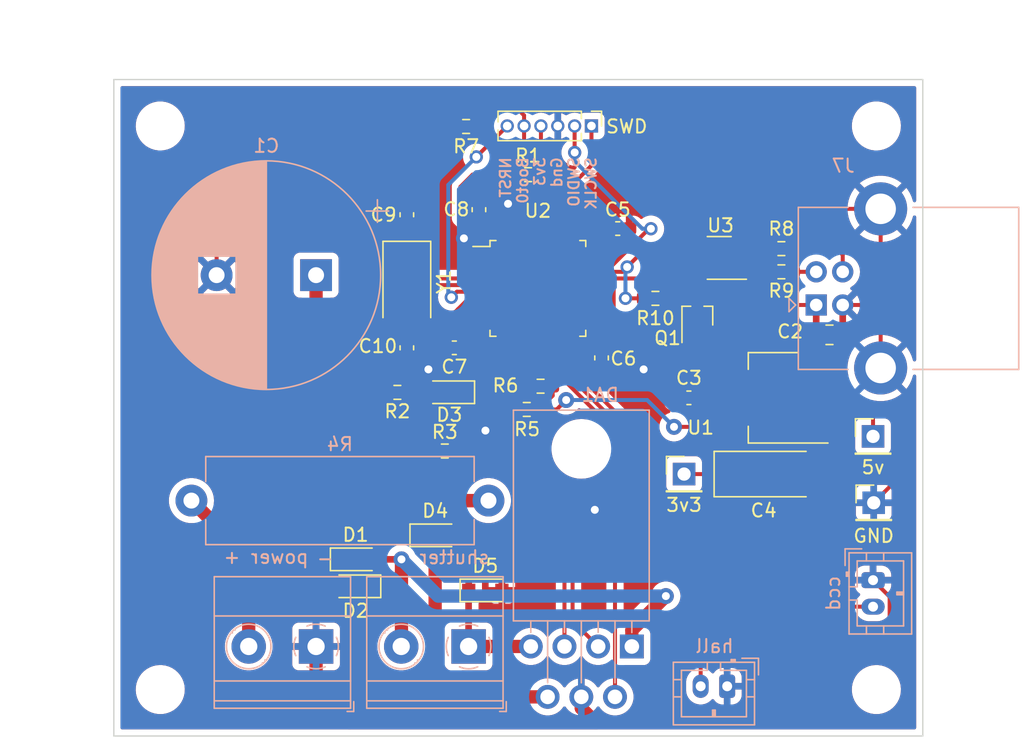
<source format=kicad_pcb>
(kicad_pcb (version 20221018) (generator pcbnew)
  (layers (0 "F.Cu" signal) (31 "B.Cu" signal) (34 "B.Paste" user) (35 "F.Paste" user) (36 "B.SilkS" user "B.Silkscreen") (37 "F.SilkS" user "F.Silkscreen") (38 "B.Mask" user) (39 "F.Mask" user) (44 "Edge.Cuts" user))
  (net 0 "")
  (net 1 "Net-(DA1-Vs)")
  (net 2 "GND")
  (net 3 "/VBUS")
  (net 4 "+3V3")
  (net 5 "/OSC_IN")
  (net 6 "/OSC_OUT")
  (net 7 "/Uin")
  (net 8 "Net-(D1-A)")
  (net 9 "/SHTR_V")
  (net 10 "Net-(D4-A)")
  (net 11 "/SHTR_FB")
  (net 12 "/SHTR_A")
  (net 13 "/SHTR_B")
  (net 14 "/SWCLK")
  (net 15 "/SWDIO")
  (net 16 "Net-(J3-Pin_4)")
  (net 17 "/BOOT0")
  (net 18 "/NRST")
  (net 19 "Net-(J7-D-)")
  (net 20 "Net-(J7-D+)")
  (net 21 "/USB_PU")
  (net 22 "Net-(Q1-C)")
  (net 23 "Net-(R8-Pad2)")
  (net 24 "Net-(R9-Pad2)")
  (net 25 "/USBDP")
  (net 29 "Net-(J8-Pin_2)")
  (net 36 "Net-(J9-Pin_2)")
  (net 43 "/USBDM")
  (footprint "Capacitor_SMD:C_0603_1608Metric_Pad1.08x0.95mm_HandSolder" (layer "F.Cu") (at 134.5946 90.7299 -90)
    (fp_text reference "C10")
    (fp_text value "6")
  )
  (footprint "Capacitor_SMD:C_0603_1608Metric_Pad1.08x0.95mm_HandSolder" (layer "F.Cu") (at 140.0302 80.3137 90)
    (fp_text reference "C8")
    (fp_text value "0.1")
  )
  (footprint "Diode_SMD:D_SOD-323_HandSoldering" (layer "F.Cu") (at 137.8 94.08 180)
    (fp_text reference "D3")
    (fp_text value "1N5819")
  )
  (footprint "Resistor_SMD:R_0603_1608Metric_Pad0.98x0.95mm_HandSolder" (layer "F.Cu") (at 133.88 94.09)
    (fp_text reference "R2")
    (fp_text value "56k")
  )
  (footprint "Resistor_SMD:R_0603_1608Metric_Pad0.98x0.95mm_HandSolder" (layer "F.Cu") (at 153.3375 87)
    (fp_text reference "R10")
    (fp_text value "1k5")
  )
  (footprint "Connector_PinHeader_2.54mm:PinHeader_1x01_P2.54mm_Vertical" (layer "F.Cu") (at 155.5 100.25)
    (fp_text reference "J6" hide)
    (fp_text value "3v3")
  )
  (footprint "Connector_PinHeader_2.54mm:PinHeader_1x01_P2.54mm_Vertical" (layer "F.Cu") (at 169.7482 97.409)
    (fp_text reference "J4" hide)
    (fp_text value "5v")
  )
  (footprint "Resistor_SMD:R_0603_1608Metric_Pad0.98x0.95mm_HandSolder" (layer "F.Cu") (at 143.637 95.377)
    (fp_text reference "R5")
    (fp_text value "4k7")
  )
  (footprint "Crystal:Crystal_SMD_5032-2Pin_5.0x3.2mm" (layer "F.Cu") (at 134.5946 85.7504 -90)
    (fp_text reference "Y1")
    (fp_text value "NX5032GA-8MHz")
  )
  (footprint "Capacitor_Tantalum_SMD:CP_EIA-6032-28_Kemet-C_Pad2.25x2.35mm_HandSolder" (layer "F.Cu") (at 161.7 100.25)
    (fp_text reference "C4")
    (fp_text value "47u")
  )
  (footprint "Package_QFP:LQFP-48_7x7mm_P0.5mm" (layer "F.Cu") (at 144.475 86.25)
    (fp_text reference "U2")
    (fp_text value "STM32F103C6Tx")
  )
  (footprint "Diode_SMD:D_SOD-323_HandSoldering" (layer "F.Cu") (at 130.7284 106.68)
    (fp_text reference "D1")
    (fp_text value "1N5819")
  )
  (footprint "MountingHole:MountingHole_3.2mm_M3" (layer "F.Cu") (at 116 74)
    (fp_text reference "H3" hide)
    (fp_text value "MountingHole")
  )
  (footprint "Capacitor_SMD:C_0603_1608Metric_Pad1.08x0.95mm_HandSolder" (layer "F.Cu") (at 149.2758 91.4908 -90)
    (fp_text reference "C6")
    (fp_text value "0.1")
  )
  (footprint "Capacitor_SMD:C_0603_1608Metric_Pad1.08x0.95mm_HandSolder" (layer "F.Cu") (at 155.8625 94.5 180)
    (fp_text reference "C3")
    (fp_text value "0.1")
  )
  (footprint "Package_TO_SOT_SMD:SOT-23-6_Handsoldering" (layer "F.Cu") (at 158.15 83.95 180)
    (fp_text reference "U3")
    (fp_text value "USBLC6-2SC6")
  )
  (footprint "Capacitor_SMD:C_0603_1608Metric_Pad1.08x0.95mm_HandSolder" (layer "F.Cu") (at 134.5946 80.6947 90)
    (fp_text reference "C9")
    (fp_text value "6")
  )
  (footprint "Diode_SMD:D_SOD-323_HandSoldering" (layer "F.Cu") (at 140.51 109.02)
    (fp_text reference "D5")
    (fp_text value "1N5819")
  )
  (footprint "Resistor_SMD:R_0603_1608Metric_Pad0.98x0.95mm_HandSolder" (layer "F.Cu") (at 162.8375 83.25 180)
    (fp_text reference "R8")
    (fp_text value "22")
  )
  (footprint "Connector_PinHeader_1.27mm:PinHeader_1x06_P1.27mm_Vertical" (layer "F.Cu") (at 148.515 74 -90)
    (fp_text reference "J3" hide)
    (fp_text value "SWD")
  )
  (footprint "Package_TO_SOT_SMD:SOT-223-3_TabPin2" (layer "F.Cu") (at 162.25 94.5 180)
    (fp_text reference "U1")
    (fp_text value "LM1117-3.3")
  )
  (footprint "Connector_PinHeader_2.54mm:PinHeader_1x01_P2.54mm_Vertical" (layer "F.Cu") (at 169.799 102.4128)
    (fp_text reference "J5" hide)
    (fp_text value "GND")
  )
  (footprint "Capacitor_SMD:C_0805_2012Metric_Pad1.18x1.45mm_HandSolder" (layer "F.Cu") (at 166.4625 89.75)
    (fp_text reference "C2")
    (fp_text value "1u")
  )
  (footprint "MountingHole:MountingHole_3.2mm_M3" (layer "F.Cu") (at 170 116.5)
    (fp_text reference "H2" hide)
    (fp_text value "MountingHole")
  )
  (footprint "Resistor_SMD:R_0603_1608Metric_Pad0.98x0.95mm_HandSolder" (layer "F.Cu") (at 143.7386 77.6732)
    (fp_text reference "R1")
    (fp_text value "6.9")
  )
  (footprint "Resistor_SMD:R_0603_1608Metric_Pad0.98x0.95mm_HandSolder" (layer "F.Cu") (at 162.8375 85 180)
    (fp_text reference "R9")
    (fp_text value "22")
  )
  (footprint "Capacitor_SMD:C_0603_1608Metric_Pad1.08x0.95mm_HandSolder" (layer "F.Cu") (at 150.4961 81.7372)
    (fp_text reference "C5")
    (fp_text value "0.1")
  )
  (footprint "Resistor_SMD:R_0603_1608Metric_Pad0.98x0.95mm_HandSolder" (layer "F.Cu") (at 144.6784 93.6244)
    (fp_text reference "R6")
    (fp_text value "4k7")
  )
  (footprint "Capacitor_SMD:C_0603_1608Metric_Pad1.08x0.95mm_HandSolder" (layer "F.Cu") (at 138.1749 90.7288 180)
    (fp_text reference "C7")
    (fp_text value "0.1")
  )
  (footprint "MountingHole:MountingHole_3.2mm_M3" (layer "F.Cu") (at 116 116.5)
    (fp_text reference "H4" hide)
    (fp_text value "MountingHole")
  )
  (footprint "MountingHole:MountingHole_3.2mm_M3" (layer "F.Cu") (at 170 74)
    (fp_text reference "H1" hide)
    (fp_text value "MountingHole")
  )
  (footprint "Resistor_SMD:R_0603_1608Metric_Pad0.98x0.95mm_HandSolder" (layer "F.Cu") (at 139.0631 74.041 180)
    (fp_text reference "R7")
    (fp_text value "10k")
  )
  (footprint "Diode_SMD:D_SOD-323_HandSoldering" (layer "F.Cu") (at 136.73 104.87)
    (fp_text reference "D4")
    (fp_text value "1N5819")
  )
  (footprint "Package_TO_SOT_SMD:SOT-323_SC-70_Handsoldering" (layer "F.Cu") (at 156.5 88.33 90)
    (fp_text reference "Q1")
    (fp_text value "DTA114Y")
  )
  (footprint "Diode_SMD:D_SOD-323_HandSoldering" (layer "F.Cu") (at 130.7284 108.712 180)
    (fp_text reference "D2")
    (fp_text value "1N5819")
  )
  (footprint "Resistor_SMD:R_0603_1608Metric_Pad0.98x0.95mm_HandSolder" (layer "F.Cu") (at 137.4575 98.51)
    (fp_text reference "R3")
    (fp_text value "4k7")
  )
  (footprint "Resistor_THT:R_Axial_Power_L20.0mm_W6.4mm_P22.40mm" (layer "B.Cu") (at 118.35 102.25)
    (fp_text reference "R4")
    (fp_text value "300 II")
  )
  (footprint "Capacitor_THT:CP_Radial_D17.0mm_P7.50mm" (layer "B.Cu") (at 127.75 85.25 180)
    (fp_text reference "C1")
    (fp_text value "2200u, 40V")
  )
  (footprint "Package_TO_SOT_THT:TO-220-7_P2.54x3.8mm_StaggerEven_Lead5.85mm_TabDown" (layer "B.Cu") (at 151.56 113.25 180)
    (fp_text reference "DA1")
    (fp_text value "TLE5205")
  )
  (footprint "Connector_JST:JST_PH_B2B-PH-K_1x02_P2.00mm_Vertical" (layer "B.Cu") (at 158.75 116.25 180)
    (fp_text reference "J8" hide)
    (fp_text value "hall")
  )
  (footprint "Connector_USB:USB_B_Lumberg_2411_02_Horizontal" (layer "B.Cu") (at 165.4625 87.5)
    (fp_text reference "J7")
    (fp_text value "USB_B")
  )
  (footprint "TerminalBlock_Phoenix:TerminalBlock_Phoenix_MKDS-1,5-2-5.08_1x02_P5.08mm_Horizontal" (layer "B.Cu") (at 139.25 113.25 180)
    (fp_text reference "J1" hide)
    (fp_text value "shutter")
  )
  (footprint "TerminalBlock_Phoenix:TerminalBlock_Phoenix_MKDS-1,5-2-5.08_1x02_P5.08mm_Horizontal" (layer "B.Cu") (at 127.75 113.25 180)
    (fp_text reference "J2" hide)
    (fp_text value "power")
  )
  (footprint "Connector_JST:JST_PH_B2B-PH-K_1x02_P2.00mm_Vertical" (layer "B.Cu") (at 169.75 108.25 -90)
    (fp_text reference "J9" hide)
    (fp_text value "ccd")
  )
  (gr_line (start 112.5 70.5) (end 173.5 70.5) (stroke (width 0.1)) (layer "Edge.Cuts"))
  (gr_line (start 173.5 120) (end 112.5 120) (stroke (width 0.1)) (layer "Edge.Cuts"))
  (gr_line (start 173.5 70.5) (end 173.5 120) (stroke (width 0.1)) (layer "Edge.Cuts"))
  (gr_line (start 112.5 120) (end 112.5 70.5) (stroke (width 0.1)) (layer "Edge.Cuts"))
  (gr_text "-" (at 129.159 107.188) (layer "B.SilkS") (effects (font (size 1 1)) (justify left bottom mirror)))
  (gr_text "NRST\nBoot0\n3v3\nGnd\nSWDIO\nSWCLK" (at 148.9456 76.2762 90) (layer "B.SilkS") (effects (font (size 0.8 0.8)) (justify left bottom mirror)))
  (gr_text "+" (at 122.1232 107.0864) (layer "B.SilkS") (effects (font (size 1 1)) (justify left bottom mirror)))
  (segment (start 140.75 102.25) (end 136.9051 102.25) (width 1) (layer "F.Cu") (net 1))
  (segment (start 127.75 95.95) (end 127.75 94.1) (width 1) (layer "F.Cu") (net 1))
  (segment (start 136.7282 114.7282) (end 139.05 117.05) (width 1) (layer "F.Cu") (net 1))
  (segment (start 132.9675 94.09) (end 127.76 94.09) (width 0.3) (layer "F.Cu") (net 1))
  (segment (start 139.05 117.05) (end 145.21 117.05) (width 1) (layer "F.Cu") (net 1))
  (segment (start 136.7282 106.2718) (end 136.7282 102.4269) (width 1) (layer "F.Cu") (net 1))
  (segment (start 127.75 94.1) (end 127.75 85.25) (width 1) (layer "F.Cu") (net 1))
  (segment (start 136.7282 106.2718) (end 136.7282 114.7282) (width 1) (layer "F.Cu") (net 1))
  (segment (start 134.05 102.25) (end 133.8826 102.0826) (width 1) (layer "F.Cu") (net 1))
  (segment (start 140.75 102.25) (end 134.05 102.25) (width 1) (layer "F.Cu") (net 1))
  (segment (start 133.8826 102.0826) (end 127.75 95.95) (width 1) (layer "F.Cu") (net 1))
  (segment (start 127.76 94.09) (end 127.75 94.1) (width 0.3) (layer "F.Cu") (net 1))
  (segment (start 136.7282 102.4269) (end 136.9051 102.25) (width 1) (layer "F.Cu") (net 1))
  (segment (start 140.54 98.51) (end 143.21 101.18) (width 0.3) (layer "F.Cu") (net 2))
  (segment (start 151.3586 81.7372) (end 151.3586 80.6196) (width 0.3) (layer "F.Cu") (net 2))
  (segment (start 151.3586 80.6196) (end 151.7282 80.25) (width 0.3) (layer "F.Cu") (net 2))
  (segment (start 145.975 72.7722) (end 145.3896 72.1868) (width 0.3) (layer "F.Cu") (net 2))
  (segment (start 137.3124 88.954453) (end 138.4554 87.811453) (width 0.3) (layer "F.Cu") (net 2))
  (segment (start 169.799 102.4128) (end 169.799 108.201) (width 0.3) (layer "F.Cu") (net 2))
  (segment (start 148.4225 91.5) (end 149.2758 92.3533) (width 0.3) (layer "F.Cu") (net 2))
  (segment (start 138.37 98.51) (end 140.54 98.51) (width 0.3) (layer "F.Cu") (net 2))
  (segment (start 145.3896 72.1868) (end 138.6586 72.1868) (width 0.3) (layer "F.Cu") (net 2))
  (segment (start 158.1658 83.5152) (end 158.1658 81.3328) (width 0.3) (layer "F.Cu") (net 2))
  (segment (start 139.266853 87) (end 138.4554 87.811453) (width 0.3) (layer "F.Cu") (net 2))
  (segment (start 130.302 118.999) (end 127.75 116.447) (width 1) (layer "F.Cu") (net 2))
  (segment (start 134.5946 77.597) (end 138.1506 74.041) (width 0.3) (layer "F.Cu") (net 2))
  (segment (start 134.5946 79.8322) (end 122.6178 79.8322) (width 0.3) (layer "F.Cu") (net 2))
  (segment (start 127.75 116.447) (end 127.75 113.25) (width 1) (layer "F.Cu") (net 2))
  (segment (start 156.49 80.25) (end 151.7282 80.25) (width 0.3) (layer "F.Cu") (net 2))
  (segment (start 138.3792 82.4738) (end 135.7376 79.8322) (width 0.3) (layer "F.Cu") (net 2))
  (segment (start 171 109.5) (end 171 112.5) (width 0.3) (layer "F.Cu") (net 2))
  (segment (start 149.553 84) (end 151.3586 82.1944) (width 0.3) (layer "F.Cu") (net 2))
  (segment (start 156.49 73.55) (end 156.49 80.25) (width 0.3) (layer "F.Cu") (net 2))
  (segment (start 120.25 82.2) (end 120.25 85.25) (width 0.3) (layer "F.Cu") (net 2))
  (segment (start 138.1506 72.6948) (end 138.1506 74.041) (width 0.3) (layer "F.Cu") (net 2))
  (segment (start 143.21 105.89) (end 141.76 107.34) (width 0.3) (layer "F.Cu") (net 2))
  (segment (start 168.7955 87.5) (end 168.90505 87.60955) (width 0.3) (layer "F.Cu") (net 2))
  (segment (start 170.3225 80.25) (end 170.3225 86.1921) (width 0.3) (layer "F.Cu") (net 2))
  (segment (start 164.25 100.25) (end 164.25 97.95) (width 0.5) (layer "F.Cu") (net 2))
  (segment (start 140.54 96.99) (end 140.52 96.97) (width 0.3) (layer "F.Cu") (net 2))
  (segment (start 170.3225 80.25) (end 159.2466 80.25) (width 0.3) (layer "F.Cu") (net 2))
  (segment (start 167.4625 87.5) (end 168.7955 87.5) (width 0.3) (layer "F.Cu") (net 2))
  (segment (start 135.7376 79.8322) (end 134.5946 79.8322) (width 0.3) (layer "F.Cu") (net 2))
  (segment (start 149.2758 92.3533) (end 149.2769 92.3544) (width 0.3) (layer "F.Cu") (net 2))
  (segment (start 166.5 112.5) (end 171 112.5) (width 0.3) (layer "F.Cu") (net 2))
  (segment (start 134.5946 91.5924) (end 136.4488 91.5924) (width 0.3) (layer "F.Cu") (net 2))
  (segment (start 136.4488 91.5924) (end 137.3124 90.7288) (width 0.3) (layer "F.Cu") (net 2))
  (segment (start 141.76 107.34) (end 141.76 109.02) (width 0.3) (layer "F.Cu") (net 2))
  (segment (start 167.4625 87.5) (end 167.4625 89.7125) (width 0.5) (layer "F.Cu") (net 2))
  (segment (start 159.2466 80.25) (end 156.49 80.25) (width 0.3) (layer "F.Cu") (net 2))
  (segment (start 158.37 81.1286) (end 158.369 81.1276) (width 0.3) (layer "F.Cu") (net 2))
  (segment (start 145.3896 72.1868) (end 155.1268 72.1868) (width 0.3) (layer "F.Cu") (net 2))
  (segment (start 148.844 118.999) (end 130.302 118.999) (width 1) (layer "F.Cu") (net 2))
  (segment (start 158.369 81.1276) (end 159.2466 80.25) (width 0.3) (layer "F.Cu") (net 2))
  (segment (start 168.90505 87.60955) (end 170.3225 89.027) (width 0.3) (layer "F.Cu") (net 2))
  (segment (start 137.3124 90.7288) (end 137.3124 88.954453) (width 0.3) (layer "F.Cu") (net 2))
  (segment (start 138.6586 72.1868) (end 138.1506 72.6948) (width 0.3) (layer "F.Cu") (net 2))
  (segment (start 169.75 108.25) (end 171 109.5) (width 0.3) (layer "F.Cu") (net 2))
  (segment (start 140.0302 79.4512) (end 141.8082 79.4512) (width 0.3) (layer "F.Cu") (net 2))
  (segment (start 127.75 110.4404) (end 129.4784 108.712) (width 0.5) (layer "F.Cu") (net 2))
  (segment (start 151.3586 82.1944) (end 151.3586 81.7372) (width 0.3) (layer "F.Cu") (net 2))
  (segment (start 159.5 83.95) (end 158.6006 83.95) (width 0.3) (layer "F.Cu") (net 2))
  (segment (start 136.2202 92.3544) (end 135.3566 92.3544) (width 0.3) (layer "F.Cu") (net 2))
  (segment (start 143.21 101.18) (end 143.21 105.89) (width 0.3) (layer "F.Cu") (net 2))
  (segment (start 166.4128 102.4128) (end 169.799 102.4128) (width 0.3) (layer "F.Cu") (net 2))
  (segment (start 158.1658 81.3328) (end 158.37 81.1286) (width 0.3) (layer "F.Cu") (net 2))
  (segment (start 140.54 98.51) (end 140.54 96.99) (width 0.3) (layer "F.Cu") (net 2))
  (segment (start 147.75 117.05) (end 147.75 117.905) (width 1) (layer "F.Cu") (net 2))
  (segment (start 172.3898 94.3173) (end 172.3898 99.822) (width 0.3) (layer "F.Cu") (net 2))
  (segment (start 122.6178 79.8322) (end 120.25 82.2) (width 0.3) (layer "F.Cu") (net 2))
  (segment (start 138.8969 82.4738) (end 138.3792 82.4738) (width 0.3) (layer "F.Cu") (net 2))
  (segment (start 151.4225 94.5) (end 149.2758 92.3533) (width 0.3) (layer "F.Cu") (net 2))
  (segment (start 167.4625 89.7125) (end 167.5 89.75) (width 0.5) (layer "F.Cu") (net 2))
  (segment (start 164.25 97.95) (end 165.4 96.8) (width 0.5) (layer "F.Cu") (net 2))
  (segment (start 146.973959 91.5) (end 148.4225 91.5) (width 0.3) (layer "F.Cu") (net 2))
  (segment (start 141.8082 79.4512) (end 142.225 79.868) (width 0.3) (layer "F.Cu") (net 2))
  (segment (start 164.25 100.25) (end 166.4128 102.4128) (width 0.3) (layer "F.Cu") (net 2))
  (segment (start 148.6375 84) (end 149.553 84) (width 0.3) (layer "F.Cu") (net 2))
  (segment (start 170.3225 92.25) (end 170.3225 89.027) (width 0.3) (layer "F.Cu") (net 2))
  (segment (start 158.6006 83.95) (end 158.1658 83.5152) (width 0.3) (layer "F.Cu") (net 2))
  (segment (start 169.799 108.201) (end 169.75 108.25) (width 0.3) (layer "F.Cu") (net 2))
  (segment (start 145.975 74) (end 145.975 72.7722) (width 0.3) (layer "F.Cu") (net 2))
  (segment (start 170.3225 86.1921) (end 168.90505 87.60955) (width 0.3) (layer "F.Cu") (net 2))
  (segment (start 146.725 90.4125) (end 146.725 91.251041) (width 0.3) (layer "F.Cu") (net 2))
  (segment (start 172.3898 99.822) (end 169.799 102.4128) (width 0.3) (layer "F.Cu") (net 2))
  (segment (start 162.75 116.25) (end 166.5 112.5) (width 0.3) (layer "F.Cu") (net 2))
  (segment (start 134.5946 79.8322) (end 134.5946 77.597) (width 0.3) (layer "F.Cu") (net 2))
  (segment (start 149.2769 92.3544) (end 152.4508 92.3544) (width 0.3) (layer "F.Cu") (net 2))
  (segment (start 155.1268 72.1868) (end 156.49 73.55) (width 0.3) (layer "F.Cu") (net 2))
  (segment (start 140.3125 87) (end 139.266853 87) (width 0.3) (layer "F.Cu") (net 2))
  (segment (start 155 94.5) (end 151.4225 94.5) (width 0.3) (layer "F.Cu") (net 2))
  (segment (start 158.75 116.25) (end 162.75 116.25) (width 0.3) (layer "F.Cu") (net 2))
  (segment (start 135.3566 92.3544) (end 134.5946 91.5924) (width 0.3) (layer "F.Cu") (net 2))
  (segment (start 142.225 82.0875) (end 142.225 79.868) (width 0.3) (layer "F.Cu") (net 2))
  (segment (start 146.725 91.251041) (end 146.973959 91.5) (width 0.3) (layer "F.Cu") (net 2))
  (segment (start 170.3225 92.25) (end 172.3898 94.3173) (width 0.3) (layer "F.Cu") (net 2))
  (segment (start 147.75 117.905) (end 148.844 118.999) (width 1) (layer "F.Cu") (net 2))
  (segment (start 127.75 113.25) (end 127.75 110.4404) (width 0.5) (layer "F.Cu") (net 2))
  (via (at 136.2202 92.3544) (size 1.2) (drill 0.6) (layers "F.Cu" "B.Cu") (net 2))
  (via (at 138.8969 82.4738) (size 1.2) (drill 0.6) (layers "F.Cu" "B.Cu") (net 2))
  (via (at 142.225 79.868) (size 1.2) (drill 0.6) (layers "F.Cu" "B.Cu") (net 2))
  (via (at 148.7678 102.9462) (size 1.2) (drill 0.6) (layers "F.Cu" "B.Cu") (net 2))
  (via (at 152.4508 92.3544) (size 1.2) (drill 0.6) (layers "F.Cu" "B.Cu") (net 2))
  (via (at 140.52 96.97) (size 1.2) (drill 0.6) (layers "F.Cu" "B.Cu") (net 2))
  (segment (start 152.4508 92.3544) (end 140.62 92.3544) (width 0.3) (layer "B.Cu") (net 2))
  (segment (start 141.5027 79.868) (end 138.8969 82.4738) (width 0.3) (layer "B.Cu") (net 2))
  (segment (start 142.225 79.868) (end 141.5027 79.868) (width 0.3) (layer "B.Cu") (net 2))
  (segment (start 138.8969 92.3447) (end 138.8872 92.3544) (width 0.3) (layer "B.Cu") (net 2))
  (segment (start 140.52 96.97) (end 140.52 92.4544) (width 0.3) (layer "B.Cu") (net 2))
  (segment (start 140.52 92.4544) (end 140.52 84.0969) (width 0.3) (layer "B.Cu") (net 2))
  (segment (start 146.4962 102.9462) (end 148.7678 102.9462) (width 0.3) (layer "B.Cu") (net 2))
  (segment (start 138.8872 92.3544) (end 136.2202 92.3544) (width 0.3) (layer "B.Cu") (net 2))
  (segment (start 140.52 84.0969) (end 138.8969 82.4738) (width 0.3) (layer "B.Cu") (net 2))
  (segment (start 140.52 96.97) (end 146.4962 102.9462) (width 0.3) (layer "B.Cu") (net 2))
  (segment (start 140.62 92.3544) (end 138.8872 92.3544) (width 0.3) (layer "B.Cu") (net 2))
  (segment (start 140.52 92.4544) (end 140.62 92.3544) (width 0.3) (layer "B.Cu") (net 2))
  (segment (start 158.1404 84.328) (end 158.1404 86.36) (width 0.3) (layer "F.Cu") (net 3))
  (segment (start 158.1404 86.36) (end 159.2804 87.5) (width 0.3) (layer "F.Cu") (net 3))
  (segment (start 157.7624 83.95) (end 158.1404 84.328) (width 0.3) (layer "F.Cu") (net 3))
  (segment (start 165.4625 89.7125) (end 165.425 89.75) (width 0.5) (layer "F.Cu") (net 3))
  (segment (start 169.7482 95.9358) (end 169.7482 97.409) (width 0.3) (layer "F.Cu") (net 3))
  (segment (start 159.2804 87.5) (end 165.4625 87.5) (width 0.3) (layer "F.Cu") (net 3))
  (segment (start 165.4625 87.5) (end 165.4625 89.7125) (width 0.5) (layer "F.Cu") (net 3))
  (segment (start 165.425 92.175) (end 165.4 92.2) (width 0.5) (layer "F.Cu") (net 3))
  (segment (start 165.425 89.75) (end 165.425 92.175) (width 0.5) (layer "F.Cu") (net 3))
  (segment (start 165.4 92.2) (end 166.0124 92.2) (width 0.3) (layer "F.Cu") (net 3))
  (segment (start 166.0124 92.2) (end 169.7482 95.9358) (width 0.3) (layer "F.Cu") (net 3))
  (segment (start 156.8 83.95) (end 157.7624 83.95) (width 0.3) (layer "F.Cu") (net 3))
  (segment (start 157.15 89.66) (end 157.15 92.55) (width 0.3) (layer "F.Cu") (net 4))
  (segment (start 147.4408 90.6283) (end 147.225 90.4125) (width 0.3) (layer "F.Cu") (net 4))
  (segment (start 139.0374 90.7288) (end 139.0374 88.318) (width 0.3) (layer "F.Cu") (net 4))
  (segment (start 141.725 82.0875) (end 141.725 83.432) (width 0.3) (layer "F.Cu") (net 4))
  (segment (start 145.5909 94.3356) (end 144.5495 95.377) (width 0.3) (layer "F.Cu") (net 4))
  (segment (start 147.5638 83.5) (end 148.6375 83.5) (width 0.3) (layer "F.Cu") (net 4))
  (segment (start 141.725 82.0875) (end 140.9415 82.0875) (width 0.3) (layer "F.Cu") (net 4))
  (segment (start 144.5495 95.377) (end 145.8976 95.377) (width 0.3) (layer "F.Cu") (net 4))
  (segment (start 138.6332 80.9244) (end 138.885 81.1762) (width 0.3) (layer "F.Cu") (net 4))
  (segment (start 156.7 96.69) (end 156.7 94.525) (width 0.3) (layer "F.Cu") (net 4))
  (segment (start 141.7828 83.4898) (end 143.0274 84.7344) (width 0.3) (layer "F.Cu") (net 4))
  (segment (start 149.6336 82.5039) (end 148.6375 83.5) (width 0.3) (layer "F.Cu") (net 4))
  (segment (start 142.8261 77.6732) (end 139.5476 77.6732) (width 0.3) (layer "F.Cu") (net 4))
  (segment (start 139.0396 87.934359) (end 139.0396 88.3158) (width 0.3) (layer "F.Cu") (net 4))
  (segment (start 159.15 100.25) (end 159.1 100.2) (width 0.5) (layer "F.Cu") (net 4))
  (segment (start 140.3125 87.5) (end 147.225 87.5) (width 0.3) (layer "F.Cu") (net 4))
  (segment (start 147.225 90.4125) (end 147.225 87.5) (width 0.3) (layer "F.Cu") (net 4))
  (segment (start 140.3125 87.5) (end 139.473959 87.5) (width 0.3) (layer "F.Cu") (net 4))
  (segment (start 138.6332 78.5876) (end 138.6332 80.9244) (width 0.3) (layer "F.Cu") (net 4))
  (segment (start 139.473959 87.5) (end 139.0396 87.934359) (width 0.3) (layer "F.Cu") (net 4))
  (segment (start 138.885 81.1762) (end 140.0302 81.1762) (width 0.3) (layer "F.Cu") (net 4))
  (segment (start 147.225 83.8388) (end 147.5638 83.5) (width 0.3) (layer "F.Cu") (net 4))
  (segment (start 159.1 94.5) (end 156.725 94.5) (width 0.5) (layer "F.Cu") (net 4))
  (segment (start 156.725 94.5) (end 156.725 93.479) (width 0.5) (layer "F.Cu") (net 4))
  (segment (start 139.0374 88.318) (end 139.0396 88.3158) (width 0.3) (layer "F.Cu") (net 4))
  (segment (start 149.2758 90.6283) (end 147.4408 90.6283) (width 0.3) (layer "F.Cu") (net 4))
  (segment (start 140.3125 83.5) (end 141.7726 83.5) (width 0.3) (layer "F.Cu") (net 4))
  (segment (start 156.7 94.525) (end 156.725 94.5) (width 0.3) (layer "F.Cu") (net 4))
  (segment (start 156.725 93.479) (end 153.8743 90.6283) (width 0.5) (layer "F.Cu") (net 4))
  (segment (start 157.15 92.55) (end 159.1 94.5) (width 0.3) (layer "F.Cu") (net 4))
  (segment (start 149.6336 81.7372) (end 149.6336 82.5039) (width 0.3) (layer "F.Cu") (net 4))
  (segment (start 159.1 100.2) (end 159.1 94.5) (width 0.5) (layer "F.Cu") (net 4))
  (segment (start 139.0374 90.7288) (end 139.05 90.7414) (width 0.3) (layer "F.Cu") (net 4))
  (segment (start 155.5 100.25) (end 159.15 100.25) (width 0.3) (layer "F.Cu") (net 4))
  (segment (start 141.725 83.432) (end 141.7828 83.4898) (width 0.3) (layer "F.Cu") (net 4))
  (segment (start 139.05 90.7414) (end 139.05 94.08) (width 0.3) (layer "F.Cu") (net 4))
  (segment (start 145.5909 93.6244) (end 145.5909 94.3356) (width 0.3) (layer "F.Cu") (net 4))
  (segment (start 139.5476 77.6732) (end 138.6332 78.5876) (width 0.3) (layer "F.Cu") (net 4))
  (segment (start 145.8976 95.377) (end 146.608327 94.666273) (width 0.3) (layer "F.Cu") (net 4))
  (segment (start 165.4 94.5) (end 159.1 94.5) (width 0.5) (layer "F.Cu") (net 4))
  (segment (start 143.0274 84.7344) (end 147.225 84.7344) (width 0.3) (layer "F.Cu") (net 4))
  (segment (start 147.225 84.7344) (end 147.225 83.8388) (width 0.3) (layer "F.Cu") (net 4))
  (segment (start 153.8743 90.6283) (end 149.2758 90.6283) (width 0.5) (layer "F.Cu") (net 4))
  (segment (start 140.9415 82.0875) (end 140.0302 81.1762) (width 0.3) (layer "F.Cu") (net 4))
  (segment (start 141.7726 83.5) (end 141.7828 83.4898) (width 0.3) (layer "F.Cu") (net 4))
  (segment (start 154.74 96.69) (end 156.7 96.69) (width 0.3) (layer "F.Cu") (net 4))
  (segment (start 147.225 87.5) (end 147.225 84.7344) (width 0.3) (layer "F.Cu") (net 4))
  (via (at 146.608327 94.666273) (size 1.2) (drill 0.6) (layers "F.Cu" "B.Cu") (net 4))
  (via (at 154.74 96.69) (size 1.2) (drill 0.6) (layers "F.Cu" "B.Cu") (net 4))
  (segment (start 146.608327 94.666273) (end 152.716273 94.666273) (width 0.3) (layer "B.Cu") (net 4))
  (segment (start 152.716273 94.666273) (end 154.74 96.69) (width 0.3) (layer "B.Cu") (net 4))
  (segment (start 140.3125 85.5) (end 136.1942 85.5) (width 0.3) (layer "F.Cu") (net 5))
  (segment (start 134.5946 81.5572) (end 134.5946 83.9004) (width 0.3) (layer "F.Cu") (net 5))
  (segment (start 136.1942 85.5) (end 134.5946 83.9004) (width 0.3) (layer "F.Cu") (net 5))
  (segment (start 136.195 86) (end 134.5946 87.6004) (width 0.3) (layer "F.Cu") (net 6))
  (segment (start 134.5946 87.6004) (end 134.5946 89.8674) (width 0.3) (layer "F.Cu") (net 6))
  (segment (start 140.3125 86) (end 136.195 86) (width 0.3) (layer "F.Cu") (net 6))
  (segment (start 122.67 106.57) (end 118.35 102.25) (width 1) (layer "F.Cu") (net 7))
  (segment (start 122.67 113.25) (end 122.67 106.57) (width 1) (layer "F.Cu") (net 7))
  (segment (start 135.48 104.87) (end 131.2884 104.87) (width 0.5) (layer "F.Cu") (net 7))
  (segment (start 131.2884 104.87) (end 129.4784 106.68) (width 0.5) (layer "F.Cu") (net 7))
  (segment (start 129.4784 106.68) (end 122.78 106.68) (width 0.5) (layer "F.Cu") (net 7))
  (segment (start 122.78 106.68) (end 122.67 106.57) (width 0.5) (layer "F.Cu") (net 7))
  (segment (start 131.9784 106.68) (end 131.9784 108.712) (width 0.5) (layer "F.Cu") (net 8))
  (segment (start 151.56 113.25) (end 151.56 112.0158) (width 1) (layer "F.Cu") (net 8))
  (segment (start 134.1882 113.2318) (end 134.17 113.25) (width 1) (layer "F.Cu") (net 8))
  (segment (start 134.1882 106.68) (end 134.1882 113.2318) (width 1) (layer "F.Cu") (net 8))
  (segment (start 151.56 112.0158) (end 154.1272 109.4486) (width 1) (layer "F.Cu") (net 8))
  (segment (start 134.1882 106.68) (end 131.9784 106.68) (width 0.5) (layer "F.Cu") (net 8))
  (via (at 154.1272 109.4486) (size 1.2) (drill 0.6) (layers "F.Cu" "B.Cu") (net 8))
  (via (at 134.1882 106.68) (size 1.2) (drill 0.6) (layers "F.Cu" "B.Cu") (net 8))
  (segment (start 154.1272 109.4486) (end 136.9568 109.4486) (width 1) (layer "B.Cu") (net 8))
  (segment (start 136.9568 109.4486) (end 134.1882 106.68) (width 1) (layer "B.Cu") (net 8))
  (segment (start 134.8025 94.08) (end 134.7925 94.09) (width 0.3) (layer "F.Cu") (net 9))
  (segment (start 136.55 98.505) (end 136.55 95.56) (width 0.3) (layer "F.Cu") (net 9))
  (segment (start 136.545 98.51) (end 136.55 98.505) (width 0.3) (layer "F.Cu") (net 9))
  (segment (start 141.725 93.985) (end 141.725 90.4125) (width 0.3) (layer "F.Cu") (net 9))
  (segment (start 136.55 95.56) (end 136.55 94.08) (width 0.3) (layer "F.Cu") (net 9))
  (segment (start 140.15 95.56) (end 141.725 93.985) (width 0.3) (layer "F.Cu") (net 9))
  (segment (start 136.55 95.56) (end 140.15 95.56) (width 0.3) (layer "F.Cu") (net 9))
  (segment (start 136.55 94.08) (end 134.8025 94.08) (width 0.3) (layer "F.Cu") (net 9))
  (segment (start 139.26 106.15) (end 137.98 104.87) (width 0.5) (layer "F.Cu") (net 10))
  (segment (start 139.26 109.02) (end 139.26 106.15) (width 0.5) (layer "F.Cu") (net 10))
  (segment (start 139.25 113.25) (end 139.25 109.03) (width 0.5) (layer "F.Cu") (net 10))
  (segment (start 139.25 109.03) (end 139.26 109.02) (width 0.5) (layer "F.Cu") (net 10))
  (segment (start 143.94 113.25) (end 139.25 113.25) (width 1) (layer "F.Cu") (net 10))
  (segment (start 143.725 92.055) (end 143.725 90.4125) (width 0.3) (layer "F.Cu") (net 11))
  (segment (start 150.29 117.05) (end 150.29 97.00515) (width 0.3) (layer "F.Cu") (net 11))
  (segment (start 145.83485 92.55) (end 144.22 92.55) (width 0.3) (layer "F.Cu") (net 11))
  (segment (start 150.29 97.00515) (end 145.83485 92.55) (width 0.3) (layer "F.Cu") (net 11))
  (segment (start 144.22 92.55) (end 143.725 92.055) (width 0.3) (layer "F.Cu") (net 11))
  (segment (start 143.225 90.4125) (end 143.225 93.0835) (width 0.3) (layer "F.Cu") (net 12))
  (segment (start 143.712 99.0842) (end 147.0914 102.4636) (width 0.3) (layer "F.Cu") (net 12))
  (segment (start 143.712 93.6783) (end 143.712 99.0842) (width 0.3) (layer "F.Cu") (net 12))
  (segment (start 143.225 93.0835) (end 143.7659 93.6244) (width 0.3) (layer "F.Cu") (net 12))
  (segment (start 147.0914 111.3214) (end 149.02 113.25) (width 0.3) (layer "F.Cu") (net 12))
  (segment (start 143.7659 93.6244) (end 143.712 93.6783) (width 0.3) (layer "F.Cu") (net 12))
  (segment (start 147.0914 102.4636) (end 147.0914 111.3214) (width 0.3) (layer "F.Cu") (net 12))
  (segment (start 142.725 95.3765) (end 142.7245 95.377) (width 0.3) (layer "F.Cu") (net 13))
  (segment (start 146.48 113.25) (end 146.48 102.665) (width 0.3) (layer "F.Cu") (net 13))
  (segment (start 146.48 102.665) (end 142.7245 98.9095) (width 0.3) (layer "F.Cu") (net 13))
  (segment (start 142.7245 98.9095) (end 142.7245 95.377) (width 0.3) (layer "F.Cu") (net 13))
  (segment (start 142.725 90.4125) (end 142.725 95.3765) (width 0.3) (layer "F.Cu") (net 13))
  (segment (start 147.225 78.275) (end 148.515 76.985) (width 0.3) (layer "F.Cu") (net 14))
  (segment (start 147.225 82.0875) (end 147.225 78.275) (width 0.3) (layer "F.Cu") (net 14))
  (segment (start 148.515 76.985) (end 148.515 74) (width 0.3) (layer "F.Cu") (net 14))
  (segment (start 148.6375 84.5) (end 150.1 84.5) (width 0.2) (layer "F.Cu") (net 15))
  (segment (start 147.245 74) (end 147.245 75.995) (width 0.3) (layer "F.Cu") (net 15))
  (segment (start 147.245 75.995) (end 147.25 76) (width 0.3) (layer "F.Cu") (net 15))
  (segment (start 152.85 81.75) (end 153 81.75) (width 0.3) (layer "F.Cu") (net 15))
  (segment (start 150.1 84.5) (end 152.85 81.75) (width 0.3) (layer "F.Cu") (net 15))
  (via (at 153 81.75) (size 1) (drill 0.6) (layers "F.Cu" "B.Cu") (net 15))
  (via (at 147.25 76) (size 1) (drill 0.6) (layers "F.Cu" "B.Cu") (net 15))
  (segment (start 147.25 76.65) (end 152.35 81.75) (width 0.3) (layer "B.Cu") (net 15))
  (segment (start 152.35 81.75) (end 153 81.75) (width 0.3) (layer "B.Cu") (net 15))
  (segment (start 147.25 76) (end 147.25 76.65) (width 0.3) (layer "B.Cu") (net 15))
  (segment (start 144.705 77.6193) (end 144.6511 77.6732) (width 0.3) (layer "F.Cu") (net 16))
  (segment (start 144.705 74) (end 144.705 77.6193) (width 0.3) (layer "F.Cu") (net 16))
  (segment (start 143.435 75.617) (end 143.435 74) (width 0.3) (layer "F.Cu") (net 17))
  (segment (start 143.725 75.907) (end 143.435 75.617) (width 0.3) (layer "F.Cu") (net 17))
  (segment (start 143.435 73.204) (end 143.435 74) (width 0.3) (layer "F.Cu") (net 17))
  (segment (start 139.9756 74.041) (end 139.9756 73.2066) (width 0.3) (layer "F.Cu") (net 17))
  (segment (start 143.725 82.0875) (end 143.725 75.907) (width 0.3) (layer "F.Cu") (net 17))
  (segment (start 143.002 72.771) (end 143.435 73.204) (width 0.3) (layer "F.Cu") (net 17))
  (segment (start 140.4112 72.771) (end 143.002 72.771) (width 0.3) (layer "F.Cu") (net 17))
  (segment (start 139.9756 73.2066) (end 140.4112 72.771) (width 0.3) (layer "F.Cu") (net 17))
  (segment (start 139.473959 86.5) (end 138.9758 86.5) (width 0.3) (layer "F.Cu") (net 18))
  (segment (start 139.8325 76.3325) (end 142.165 74) (width 0.3) (layer "F.Cu") (net 18))
  (segment (start 138.9758 86.5) (end 138.3662 86.5) (width 0.3) (layer "F.Cu") (net 18))
  (segment (start 138.3662 86.5) (end 137.9474 86.9188) (width 0.3) (layer "F.Cu") (net 18))
  (segment (start 140.3125 86.5) (end 139.473959 86.5) (width 0.3) (layer "F.Cu") (net 18))
  (via (at 137.9474 86.9188) (size 1) (drill 0.6) (layers "F.Cu" "B.Cu") (net 18))
  (via (at 139.8325 76.3325) (size 1) (drill 0.6) (layers "F.Cu" "B.Cu") (net 18))
  (segment (start 137.9474 86.9188) (end 137.7188 86.6902) (width 0.3) (layer "B.Cu") (net 18))
  (segment (start 137.7188 78.4462) (end 139.8325 76.3325) (width 0.3) (layer "B.Cu") (net 18))
  (segment (start 137.7188 86.6902) (end 137.7188 78.4462) (width 0.3) (layer "B.Cu") (net 18))
  (segment (start 163.75 85) (end 165.4625 85) (width 0.3) (layer "F.Cu") (net 19))
  (segment (start 167.4625 83.7187) (end 167.4625 85) (width 0.3) (layer "F.Cu") (net 20))
  (segment (start 163.75 83.25) (end 166.9938 83.25) (width 0.3) (layer "F.Cu") (net 20))
  (segment (start 166.9938 83.25) (end 167.4625 83.7187) (width 0.3) (layer "F.Cu") (net 20))
  (segment (start 155.85 89.66) (end 150.8232 89.66) (width 0.3) (layer "F.Cu") (net 21))
  (segment (start 149.8556 86) (end 148.6375 86) (width 0.3) (layer "F.Cu") (net 21))
  (segment (start 150.1902 89.027) (end 150.1902 86.3346) (width 0.3) (layer "F.Cu") (net 21))
  (segment (start 150.1902 86.3346) (end 149.8556 86) (width 0.3) (layer "F.Cu") (net 21))
  (segment (start 150.8232 89.66) (end 150.1902 89.027) (width 0.3) (layer "F.Cu") (net 21))
  (segment (start 156.5 87) (end 154.25 87) (width 0.3) (layer "F.Cu") (net 22))
  (segment (start 161.675 83) (end 161.925 83.25) (width 0.3) (layer "F.Cu") (net 23))
  (segment (start 159.5 83) (end 161.675 83) (width 0.3) (layer "F.Cu") (net 23))
  (segment (start 159.6 85) (end 159.5 84.9) (width 0.3) (layer "F.Cu") (net 24))
  (segment (start 161.925 85) (end 159.6 85) (width 0.3) (layer "F.Cu") (net 24))
  (segment (start 151.2062 84.6328) (end 152.839 83) (width 0.3) (layer "F.Cu") (net 25))
  (segment (start 151.0842 87) (end 151.0792 86.995) (width 0.3) (layer "F.Cu") (net 25))
  (segment (start 148.6375 85) (end 150.839 85) (width 0.3) (layer "F.Cu") (net 25))
  (segment (start 152.425 87) (end 151.0842 87) (width 0.3) (layer "F.Cu") (net 25))
  (segment (start 150.839 85) (end 151.2062 84.6328) (width 0.3) (layer "F.Cu") (net 25))
  (segment (start 152.839 83) (end 156.8 83) (width 0.3) (layer "F.Cu") (net 25))
  (via (at 151.2062 84.6328) (size 1) (drill 0.6) (layers "F.Cu" "B.Cu") (net 25))
  (via (at 151.0792 86.995) (size 1) (drill 0.6) (layers "F.Cu" "B.Cu") (net 25))
  (segment (start 151.0792 84.7598) (end 151.2062 84.6328) (width 0.3) (layer "B.Cu") (net 25))
  (segment (start 151.0792 86.995) (end 151.0792 84.7598) (width 0.3) (layer "B.Cu") (net 25))
  (segment (start 156.75 108.09) (end 156.75 116.25) (width 0.3) (layer "F.Cu") (net 29))
  (segment (start 144.225 90.4125) (end 144.225 91.665) (width 0.3) (layer "F.Cu") (net 29))
  (segment (start 146.041956 92.05) (end 150.79 96.798044) (width 0.3) (layer "F.Cu") (net 29))
  (segment (start 144.225 91.665) (end 144.61 92.05) (width 0.3) (layer "F.Cu") (net 29))
  (segment (start 150.79 96.798044) (end 150.79 102.13) (width 0.3) (layer "F.Cu") (net 29))
  (segment (start 150.79 102.13) (end 156.75 108.09) (width 0.3) (layer "F.Cu") (net 29))
  (segment (start 144.61 92.05) (end 146.041956 92.05) (width 0.3) (layer "F.Cu") (net 29))
  (segment (start 151.5 96.75) (end 151.5 101.75) (width 0.3) (layer "F.Cu") (net 36))
  (segment (start 146.225 91.475) (end 151.5 96.75) (width 0.3) (layer "F.Cu") (net 36))
  (segment (start 146.225 90.4125) (end 146.225 91.475) (width 0.3) (layer "F.Cu") (net 36))
  (segment (start 151.5 101.75) (end 160 110.25) (width 0.3) (layer "F.Cu") (net 36))
  (segment (start 160 110.25) (end 169.75 110.25) (width 0.3) (layer "F.Cu") (net 36))
  (segment (start 152.8186 84.9) (end 152.2186 85.5) (width 0.3) (layer "F.Cu") (net 43))
  (segment (start 156.8 84.9) (end 152.8186 84.9) (width 0.3) (layer "F.Cu") (net 43))
  (segment (start 152.2186 85.5) (end 148.6375 85.5) (width 0.3) (layer "F.Cu") (net 43))
  (zone (net 4) (net_name "+3V3") (layer "F.Cu") (priority 3) (connect_pads (clearance 0.5)) (min_thickness 0.25) (fill yes (thermal_gap 0.5) (thermal_bridge_width 0.5))
    (polygon (pts (xy 141.6 83.4) (xy 147.4 83.4) (xy 147.4 89.1) (xy 141.6 89.1)))
  )
  (zone (net 2) (net_name "GND") (layers "F&B.Cu") (priority 1) (connect_pads (clearance 0.5)) (min_thickness 0.25) (fill yes (thermal_gap 0.5) (thermal_bridge_width 0.5))
    (polygon (pts (xy 113 71) (xy 173 71) (xy 173 119.5) (xy 113 119.5)))
  )
  (zone (net 0) (net_name "") (layers "F.Cu" "Edge.Cuts") (connect_pads (clearance 0)) (min_thickness 0.25)
    (keepout (tracks allowed) (vias allowed) (pads allowed) (copperpour not_allowed) (footprints allowed))
    (fill (thermal_gap 0.5) (thermal_bridge_width 0.5))
    (polygon (pts (xy 160.2994 83.2104) (xy 161.4932 83.185) (xy 161.4932 84.3788) (xy 160.2486 84.582)))
  )
)
</source>
